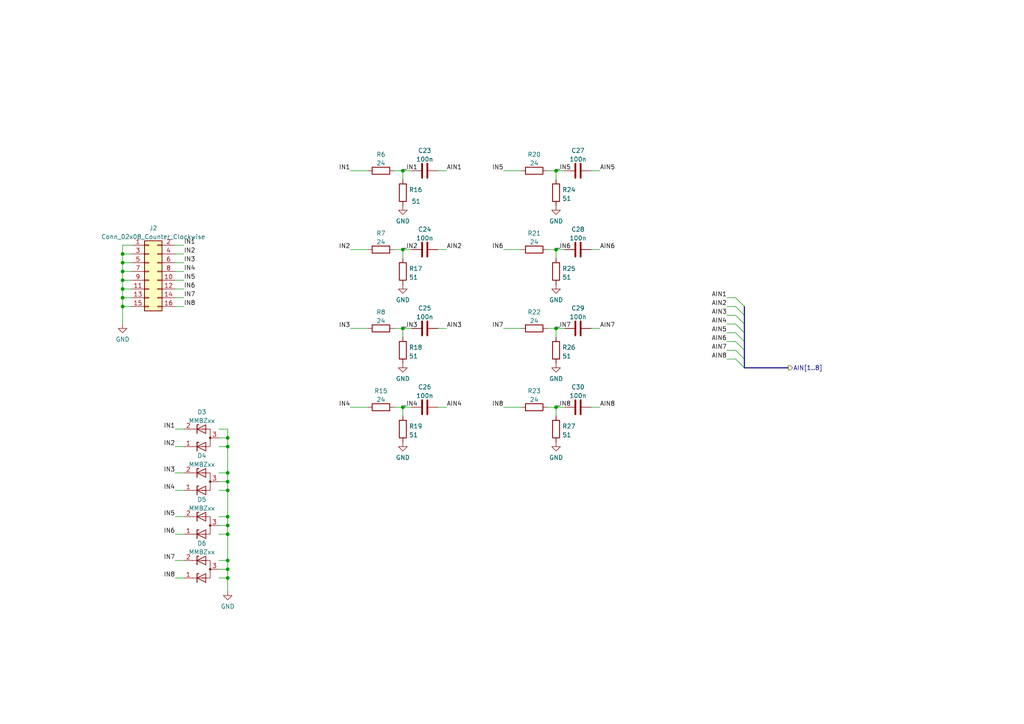
<source format=kicad_sch>
(kicad_sch (version 20230121) (generator eeschema)
  (paper "A4")
  (lib_symbols
    (symbol "Connector_Generic:Conn_02x08_Odd_Even" (pin_names (offset 1.016) hide)
      (property "Reference" "J" (at 1.27 10.16 0))
      (property "Value" "Conn_02x08_Odd_Even" (at 1.27 -12.7 0))
      (symbol "Conn_02x08_Odd_Even_1_1"
        (rectangle (start -1.27 -10.033) (end 0 -10.287) (stroke (width 0.1524)))
        (rectangle (start -1.27 -7.493) (end 0 -7.747) (stroke (width 0.1524)))
        (rectangle (start -1.27 -4.953) (end 0 -5.207) (stroke (width 0.1524)))
        (rectangle (start -1.27 -2.413) (end 0 -2.667) (stroke (width 0.1524)))
        (rectangle (start -1.27 0.127) (end 0 -0.127) (stroke (width 0.1524)))
        (rectangle (start -1.27 2.667) (end 0 2.413) (stroke (width 0.1524)))
        (rectangle (start -1.27 5.207) (end 0 4.953) (stroke (width 0.1524)))
        (rectangle (start -1.27 7.747) (end 0 7.493) (stroke (width 0.1524)))
        (rectangle (start -1.27 8.89) (end 3.81 -11.43) (stroke (width 0.254)) (fill (type background)))
        (rectangle (start 3.81 -10.033) (end 2.54 -10.287) (stroke (width 0.1524)))
        (rectangle (start 3.81 -7.493) (end 2.54 -7.747) (stroke (width 0.1524)))
        (rectangle (start 3.81 -4.953) (end 2.54 -5.207) (stroke (width 0.1524)))
        (rectangle (start 3.81 -2.413) (end 2.54 -2.667) (stroke (width 0.1524)))
        (rectangle (start 3.81 0.127) (end 2.54 -0.127) (stroke (width 0.1524)))
        (rectangle (start 3.81 2.667) (end 2.54 2.413) (stroke (width 0.1524)))
        (rectangle (start 3.81 5.207) (end 2.54 4.953) (stroke (width 0.1524)))
        (rectangle (start 3.81 7.747) (end 2.54 7.493) (stroke (width 0.1524)))
        (pin passive line (at -5.08 7.62 0) (length 3.81) (name "Pin_1") (number "1"))
        (pin passive line (at 7.62 -2.54 180) (length 3.81) (name "Pin_10") (number "10"))
        (pin passive line (at -5.08 -5.08 0) (length 3.81) (name "Pin_11") (number "11"))
        (pin passive line (at 7.62 -5.08 180) (length 3.81) (name "Pin_12") (number "12"))
        (pin passive line (at -5.08 -7.62 0) (length 3.81) (name "Pin_13") (number "13"))
        (pin passive line (at 7.62 -7.62 180) (length 3.81) (name "Pin_14") (number "14"))
        (pin passive line (at -5.08 -10.16 0) (length 3.81) (name "Pin_15") (number "15"))
        (pin passive line (at 7.62 -10.16 180) (length 3.81) (name "Pin_16") (number "16"))
        (pin passive line (at 7.62 7.62 180) (length 3.81) (name "Pin_2") (number "2"))
        (pin passive line (at -5.08 5.08 0) (length 3.81) (name "Pin_3") (number "3"))
        (pin passive line (at 7.62 5.08 180) (length 3.81) (name "Pin_4") (number "4"))
        (pin passive line (at -5.08 2.54 0) (length 3.81) (name "Pin_5") (number "5"))
        (pin passive line (at 7.62 2.54 180) (length 3.81) (name "Pin_6") (number "6"))
        (pin passive line (at -5.08 0 0) (length 3.81) (name "Pin_7") (number "7"))
        (pin passive line (at 7.62 0 180) (length 3.81) (name "Pin_8") (number "8"))
        (pin passive line (at -5.08 -2.54 0) (length 3.81) (name "Pin_9") (number "9"))
      )
    )
    (symbol "Device:C" (pin_numbers hide) (pin_names (offset 0.254))
      (property "Reference" "C" (at 0.635 2.54 0))
      (property "Value" "C" (at 0.635 -2.54 0))
      (symbol "C_0_1"
        (polyline (pts (xy -2.032 -0.762) (xy 2.032 -0.762)) (stroke (width 0.508)))
        (polyline (pts (xy -2.032 0.762) (xy 2.032 0.762)) (stroke (width 0.508)))
      )
      (symbol "C_1_1"
        (pin passive line (at 0 3.81 270) (length 2.794) (name "~") (number "1"))
        (pin passive line (at 0 -3.81 90) (length 2.794) (name "~") (number "2"))
      )
    )
    (symbol "Device:R" (pin_numbers hide) (pin_names (offset 0))
      (property "Reference" "R" (at 2.032 0 90))
      (property "Value" "R" (at 0 0 90))
      (symbol "R_0_1"
        (rectangle (start -1.016 -2.54) (end 1.016 2.54) (stroke (width 0.254)))
      )
      (symbol "R_1_1"
        (pin passive line (at 0 3.81 270) (length 1.27) (name "~") (number "1"))
        (pin passive line (at 0 -3.81 90) (length 1.27) (name "~") (number "2"))
      )
    )
    (symbol "Diode:MMBZxx" (pin_names (offset 1.016) hide)
      (property "Reference" "D" (at 3.81 2.54 0))
      (property "Value" "MMBZxx" (at 3.81 0 0))
      (symbol "MMBZxx_0_1"
        (circle (center 0 -2.54) (radius 0.254) (fill (type outline)))
        (polyline (pts (xy -2.54 -1.27) (xy -2.54 2.54)))
        (polyline (pts (xy 2.54 -1.27) (xy 2.54 2.54)))
        (polyline (pts (xy -3.81 1.27) (xy -1.27 1.27) (xy -1.27 0.762)) (stroke (width 0.254)))
        (polyline (pts (xy 1.27 1.27) (xy 3.81 1.27) (xy 3.81 0.762)) (stroke (width 0.254)))
        (polyline (pts (xy -2.54 0) (xy -2.54 -2.54) (xy 2.54 -2.54) (xy 2.54 0)))
      )
      (symbol "MMBZxx_1_1"
        (polyline (pts (xy -3.81 -1.27) (xy -1.27 -1.27) (xy -2.54 1.27) (xy -3.81 -1.27)) (stroke (width 0.2032)))
        (polyline (pts (xy 1.27 -1.27) (xy 3.81 -1.27) (xy 2.54 1.27) (xy 1.27 -1.27)) (stroke (width 0.2032)))
        (pin passive line (at -2.54 5.08 270) (length 2.54) (name "K") (number "1"))
        (pin passive line (at 2.54 5.08 270) (length 2.54) (name "K") (number "2"))
        (pin passive line (at 0 -5.08 90) (length 2.54) (name "A") (number "3"))
      )
    )
    (symbol "power:GND" (power) (pin_names (offset 0))
      (property "Value" "GND" (at 0 -3.81 0))
      (symbol "GND_0_1"
        (polyline (pts (xy 0 0) (xy 0 -1.27) (xy 1.27 -1.27) (xy 0 -2.54) (xy -1.27 -1.27) (xy 0 -1.27)))
      )
      (symbol "GND_1_1"
        (pin power_in line (at 0 0 270) (length 0) hide (name "GND") (number "1"))
      )
    )
  )
  (junction (at 35.56 73.66))
  (junction (at 35.56 83.82))
  (junction (at 35.56 81.28))
  (junction (at 66.04 167.64))
  (junction (at 116.84 49.53))
  (junction (at 161.29 118.11))
  (junction (at 66.04 154.94))
  (junction (at 66.04 127))
  (junction (at 66.04 139.7))
  (junction (at 161.29 49.53))
  (junction (at 116.84 95.25))
  (junction (at 66.04 142.24))
  (junction (at 66.04 149.86))
  (junction (at 35.56 88.9))
  (junction (at 161.29 95.25))
  (junction (at 66.04 165.1))
  (junction (at 35.56 86.36))
  (junction (at 66.04 129.54))
  (junction (at 161.29 72.39))
  (junction (at 66.04 152.4))
  (junction (at 66.04 162.56))
  (junction (at 116.84 72.39))
  (junction (at 66.04 137.16))
  (junction (at 35.56 78.74))
  (junction (at 116.84 118.11))
  (junction (at 35.56 76.2))
  (bus_entry (at 213.36 93.98) (size 2.54 2.54))
  (bus_entry (at 213.36 101.6) (size 2.54 2.54))
  (bus_entry (at 213.36 96.52) (size 2.54 2.54))
  (bus_entry (at 213.36 99.06) (size 2.54 2.54))
  (bus_entry (at 213.36 104.14) (size 2.54 2.54))
  (bus_entry (at 213.36 91.44) (size 2.54 2.54))
  (bus_entry (at 215.9 88.9) (size -2.54 -2.54))
  (bus_entry (at 213.36 88.9) (size 2.54 2.54))
  (wire (pts (xy 53.34 162.56) (xy 50.8 162.56)))
  (wire (pts (xy 66.04 139.7) (xy 66.04 142.24)))
  (wire (pts (xy 63.5 124.46) (xy 66.04 124.46)))
  (wire (pts (xy 171.45 95.25) (xy 173.99 95.25)))
  (wire (pts (xy 63.5 167.64) (xy 66.04 167.64)))
  (bus (pts (xy 215.9 93.98) (xy 215.9 96.52)))
  (wire (pts (xy 161.29 72.39) (xy 163.83 72.39)))
  (wire (pts (xy 50.8 88.9) (xy 53.34 88.9)))
  (wire (pts (xy 127 49.53) (xy 129.54 49.53)))
  (wire (pts (xy 127 95.25) (xy 129.54 95.25)))
  (wire (pts (xy 116.84 95.25) (xy 116.84 97.79)))
  (wire (pts (xy 127 118.11) (xy 129.54 118.11)))
  (wire (pts (xy 116.84 72.39) (xy 116.84 74.93)))
  (wire (pts (xy 35.56 71.12) (xy 35.56 73.66)))
  (wire (pts (xy 161.29 95.25) (xy 161.29 97.79)))
  (wire (pts (xy 66.04 154.94) (xy 66.04 162.56)))
  (wire (pts (xy 210.82 96.52) (xy 213.36 96.52)))
  (wire (pts (xy 63.5 152.4) (xy 66.04 152.4)))
  (wire (pts (xy 35.56 76.2) (xy 38.1 76.2)))
  (wire (pts (xy 161.29 49.53) (xy 161.29 52.07)))
  (bus (pts (xy 215.9 101.6) (xy 215.9 104.14)))
  (wire (pts (xy 210.82 88.9) (xy 213.36 88.9)))
  (wire (pts (xy 63.5 165.1) (xy 66.04 165.1)))
  (wire (pts (xy 53.34 73.66) (xy 50.8 73.66)))
  (wire (pts (xy 161.29 72.39) (xy 161.29 74.93)))
  (wire (pts (xy 161.29 118.11) (xy 161.29 120.65)))
  (wire (pts (xy 50.8 81.28) (xy 53.34 81.28)))
  (wire (pts (xy 35.56 83.82) (xy 35.56 86.36)))
  (wire (pts (xy 53.34 149.86) (xy 50.8 149.86)))
  (bus (pts (xy 215.9 96.52) (xy 215.9 99.06)))
  (wire (pts (xy 66.04 165.1) (xy 66.04 167.64)))
  (wire (pts (xy 161.29 49.53) (xy 163.83 49.53)))
  (wire (pts (xy 50.8 86.36) (xy 53.34 86.36)))
  (wire (pts (xy 114.3 118.11) (xy 116.84 118.11)))
  (wire (pts (xy 53.34 154.94) (xy 50.8 154.94)))
  (wire (pts (xy 63.5 154.94) (xy 66.04 154.94)))
  (wire (pts (xy 35.56 76.2) (xy 35.56 78.74)))
  (wire (pts (xy 66.04 124.46) (xy 66.04 127)))
  (wire (pts (xy 63.5 137.16) (xy 66.04 137.16)))
  (wire (pts (xy 116.84 49.53) (xy 116.84 52.07)))
  (wire (pts (xy 101.6 118.11) (xy 106.68 118.11)))
  (wire (pts (xy 63.5 127) (xy 66.04 127)))
  (wire (pts (xy 114.3 49.53) (xy 116.84 49.53)))
  (wire (pts (xy 35.56 86.36) (xy 35.56 88.9)))
  (wire (pts (xy 158.75 95.25) (xy 161.29 95.25)))
  (wire (pts (xy 63.5 162.56) (xy 66.04 162.56)))
  (wire (pts (xy 146.05 72.39) (xy 151.13 72.39)))
  (wire (pts (xy 101.6 72.39) (xy 106.68 72.39)))
  (wire (pts (xy 210.82 104.14) (xy 213.36 104.14)))
  (wire (pts (xy 35.56 83.82) (xy 38.1 83.82)))
  (bus (pts (xy 215.9 99.06) (xy 215.9 101.6)))
  (wire (pts (xy 171.45 118.11) (xy 173.99 118.11)))
  (wire (pts (xy 35.56 81.28) (xy 38.1 81.28)))
  (wire (pts (xy 66.04 129.54) (xy 66.04 137.16)))
  (wire (pts (xy 158.75 72.39) (xy 161.29 72.39)))
  (wire (pts (xy 161.29 118.11) (xy 163.83 118.11)))
  (wire (pts (xy 35.56 81.28) (xy 35.56 83.82)))
  (wire (pts (xy 210.82 99.06) (xy 213.36 99.06)))
  (wire (pts (xy 35.56 73.66) (xy 38.1 73.66)))
  (wire (pts (xy 53.34 78.74) (xy 50.8 78.74)))
  (wire (pts (xy 63.5 149.86) (xy 66.04 149.86)))
  (wire (pts (xy 116.84 49.53) (xy 119.38 49.53)))
  (wire (pts (xy 66.04 152.4) (xy 66.04 154.94)))
  (wire (pts (xy 171.45 72.39) (xy 173.99 72.39)))
  (wire (pts (xy 101.6 49.53) (xy 106.68 49.53)))
  (wire (pts (xy 38.1 71.12) (xy 35.56 71.12)))
  (wire (pts (xy 210.82 91.44) (xy 213.36 91.44)))
  (wire (pts (xy 35.56 78.74) (xy 35.56 81.28)))
  (wire (pts (xy 53.34 71.12) (xy 50.8 71.12)))
  (wire (pts (xy 114.3 72.39) (xy 116.84 72.39)))
  (wire (pts (xy 127 72.39) (xy 129.54 72.39)))
  (wire (pts (xy 114.3 95.25) (xy 116.84 95.25)))
  (wire (pts (xy 50.8 129.54) (xy 53.34 129.54)))
  (bus (pts (xy 215.9 91.44) (xy 215.9 93.98)))
  (wire (pts (xy 66.04 142.24) (xy 66.04 149.86)))
  (wire (pts (xy 116.84 118.11) (xy 119.38 118.11)))
  (wire (pts (xy 53.34 76.2) (xy 50.8 76.2)))
  (wire (pts (xy 210.82 86.36) (xy 213.36 86.36)))
  (wire (pts (xy 146.05 49.53) (xy 151.13 49.53)))
  (wire (pts (xy 35.56 73.66) (xy 35.56 76.2)))
  (wire (pts (xy 63.5 129.54) (xy 66.04 129.54)))
  (wire (pts (xy 171.45 49.53) (xy 173.99 49.53)))
  (wire (pts (xy 63.5 139.7) (xy 66.04 139.7)))
  (wire (pts (xy 158.75 49.53) (xy 161.29 49.53)))
  (wire (pts (xy 66.04 149.86) (xy 66.04 152.4)))
  (wire (pts (xy 66.04 162.56) (xy 66.04 165.1)))
  (wire (pts (xy 146.05 118.11) (xy 151.13 118.11)))
  (wire (pts (xy 210.82 101.6) (xy 213.36 101.6)))
  (wire (pts (xy 210.82 93.98) (xy 213.36 93.98)))
  (wire (pts (xy 50.8 142.24) (xy 53.34 142.24)))
  (wire (pts (xy 116.84 118.11) (xy 116.84 120.65)))
  (wire (pts (xy 101.6 95.25) (xy 106.68 95.25)))
  (wire (pts (xy 35.56 88.9) (xy 35.56 93.98)))
  (bus (pts (xy 215.9 88.9) (xy 215.9 91.44)))
  (wire (pts (xy 50.8 83.82) (xy 53.34 83.82)))
  (wire (pts (xy 66.04 167.64) (xy 66.04 171.45)))
  (wire (pts (xy 66.04 127) (xy 66.04 129.54)))
  (wire (pts (xy 50.8 137.16) (xy 53.34 137.16)))
  (wire (pts (xy 116.84 72.39) (xy 119.38 72.39)))
  (wire (pts (xy 35.56 88.9) (xy 38.1 88.9)))
  (wire (pts (xy 63.5 142.24) (xy 66.04 142.24)))
  (wire (pts (xy 116.84 95.25) (xy 119.38 95.25)))
  (wire (pts (xy 146.05 95.25) (xy 151.13 95.25)))
  (bus (pts (xy 215.9 106.68) (xy 228.6 106.68)))
  (wire (pts (xy 53.34 167.64) (xy 50.8 167.64)))
  (wire (pts (xy 158.75 118.11) (xy 161.29 118.11)))
  (wire (pts (xy 35.56 78.74) (xy 38.1 78.74)))
  (wire (pts (xy 35.56 86.36) (xy 38.1 86.36)))
  (wire (pts (xy 50.8 124.46) (xy 53.34 124.46)))
  (bus (pts (xy 215.9 104.14) (xy 215.9 106.68)))
  (wire (pts (xy 66.04 137.16) (xy 66.04 139.7)))
  (wire (pts (xy 161.29 95.25) (xy 163.83 95.25)))
  (label "IN2" (at 101.6 72.39 180))
  (label "AIN6" (at 173.99 72.39 0))
  (label "AIN8" (at 173.99 118.11 0))
  (label "IN4" (at 101.6 118.11 180))
  (label "_IN6" (at 161.29 72.39 0))
  (label "IN5" (at 53.34 81.28 0))
  (label "_IN8" (at 161.29 118.11 0))
  (label "AIN2" (at 210.82 88.9 180))
  (label "IN3" (at 50.8 137.16 180))
  (label "_IN5" (at 161.29 49.53 0))
  (label "IN7" (at 53.34 86.36 0))
  (label "_IN7" (at 161.29 95.25 0))
  (label "AIN5" (at 210.82 96.52 180))
  (label "IN7" (at 50.8 162.56 180))
  (label "IN1" (at 50.8 124.46 180))
  (label "IN6" (at 53.34 83.82 0))
  (label "IN6" (at 146.05 72.39 180))
  (label "IN4" (at 53.34 78.74 0))
  (label "_IN1" (at 116.84 49.53 0))
  (label "AIN3" (at 129.54 95.25 0))
  (label "IN8" (at 50.8 167.64 180))
  (label "IN4" (at 50.8 142.24 180))
  (label "_IN3" (at 116.84 95.25 0))
  (label "IN3" (at 101.6 95.25 180))
  (label "AIN5" (at 173.99 49.53 0))
  (label "AIN7" (at 173.99 95.25 0))
  (label "AIN1" (at 129.54 49.53 0))
  (label "AIN4" (at 210.82 93.98 180))
  (label "IN3" (at 53.34 76.2 0))
  (label "_IN2" (at 116.84 72.39 0))
  (label "IN5" (at 50.8 149.86 180))
  (label "AIN7" (at 210.82 101.6 180))
  (label "AIN6" (at 210.82 99.06 180))
  (label "AIN2" (at 129.54 72.39 0))
  (label "IN1" (at 53.34 71.12 0))
  (label "IN6" (at 50.8 154.94 180))
  (label "IN5" (at 146.05 49.53 180))
  (label "AIN3" (at 210.82 91.44 180))
  (label "IN1" (at 101.6 49.53 180))
  (label "IN7" (at 146.05 95.25 180))
  (label "_IN4" (at 116.84 118.11 0))
  (label "IN2" (at 50.8 129.54 180))
  (label "IN8" (at 53.34 88.9 0))
  (label "AIN1" (at 210.82 86.36 180))
  (label "AIN4" (at 129.54 118.11 0))
  (label "IN8" (at 146.05 118.11 180))
  (label "IN2" (at 53.34 73.66 0))
  (label "AIN8" (at 210.82 104.14 180))
  (hierarchical_label "AIN[1..8]" (shape output) (at 228.6 106.68 0))
  (symbol (lib_id "Device:C") (at 167.64 72.39 90) (unit 1)
    (property "Reference" "C28" (at 167.64 66.5312 90))
    (property "Value" "100n" (at 167.64 69.0681 90))
    (property "Footprint" "Capacitor_SMD:C_0603_1608Metric" (effects hide))
  )
  (symbol (lib_id "Device:R") (at 110.49 49.53 90) (unit 1)
    (property "Reference" "R6" (at 110.49 44.8142 90))
    (property "Value" "24" (at 110.49 47.3511 90))
    (property "Footprint" "Resistor_SMD:R_0603_1608Metric" (effects hide))
  )
  (symbol (lib_id "Device:C") (at 123.19 118.11 90) (unit 1)
    (property "Reference" "C26" (at 123.19 112.2512 90))
    (property "Value" "100n" (at 123.19 114.7881 90))
    (property "Footprint" "Capacitor_SMD:C_0603_1608Metric" (effects hide))
  )
  (symbol (lib_id "Device:R") (at 154.94 95.25 90) (unit 1)
    (property "Reference" "R22" (at 154.94 90.5342 90))
    (property "Value" "24" (at 154.94 93.0711 90))
    (property "Footprint" "Resistor_SMD:R_0603_1608Metric" (effects hide))
  )
  (symbol (lib_id "Device:R") (at 154.94 49.53 90) (unit 1)
    (property "Reference" "R20" (at 154.94 44.8142 90))
    (property "Value" "24" (at 154.94 47.3511 90))
    (property "Footprint" "Resistor_SMD:R_0603_1608Metric" (effects hide))
  )
  (symbol (lib_id "Device:R") (at 110.49 72.39 90) (unit 1)
    (property "Reference" "R7" (at 110.49 67.6742 90))
    (property "Value" "24" (at 110.49 70.2111 90))
    (property "Footprint" "Resistor_SMD:R_0603_1608Metric" (effects hide))
  )
  (symbol (lib_id "Device:R") (at 161.29 55.88 0) (unit 1)
    (property "Reference" "R24" (at 163.068 55.0453 0) (effects (justify left)))
    (property "Value" "51" (at 163.068 57.5822 0) (effects (justify left)))
    (property "Footprint" "Resistor_SMD:R_0603_1608Metric" (effects hide))
  )
  (symbol (lib_id "power:GND") (at 116.84 82.55 0) (unit 1)
    (property "Reference" "#PWR0178" (effects hide))
    (property "Value" "GND" (at 116.84 86.9934 0))
  )
  (symbol (lib_id "Device:R") (at 116.84 124.46 0) (unit 1)
    (property "Reference" "R19" (at 118.618 123.6253 0) (effects (justify left)))
    (property "Value" "51" (at 118.618 126.1622 0) (effects (justify left)))
    (property "Footprint" "Resistor_SMD:R_0603_1608Metric" (effects hide))
  )
  (symbol (lib_id "power:GND") (at 116.84 59.69 0) (unit 1)
    (property "Reference" "#PWR0176" (effects hide))
    (property "Value" "GND" (at 116.84 64.1334 0))
  )
  (symbol (lib_id "Device:R") (at 154.94 72.39 90) (unit 1)
    (property "Reference" "R21" (at 154.94 67.6742 90))
    (property "Value" "24" (at 154.94 70.2111 90))
    (property "Footprint" "Resistor_SMD:R_0603_1608Metric" (effects hide))
  )
  (symbol (lib_id "Diode:MMBZxx") (at 58.42 127 90) (unit 1)
    (property "Reference" "D3" (at 58.547 119.4902 90))
    (property "Value" "MMBZxx" (at 58.547 122.0271 90))
    (property "Footprint" "Package_TO_SOT_SMD:SOT-23" (effects hide))
    (property "Datasheet" "http://www.onsemi.com/pub/Collateral/MMBZ5V6ALT1-D.PDF" (effects hide))
  )
  (symbol (lib_id "Device:C") (at 123.19 95.25 90) (unit 1)
    (property "Reference" "C25" (at 123.19 89.3912 90))
    (property "Value" "100n" (at 123.19 91.9281 90))
    (property "Footprint" "Capacitor_SMD:C_0603_1608Metric" (effects hide))
  )
  (symbol (lib_id "Device:C") (at 167.64 95.25 90) (unit 1)
    (property "Reference" "C29" (at 167.64 89.3912 90))
    (property "Value" "100n" (at 167.64 91.9281 90))
    (property "Footprint" "Capacitor_SMD:C_0603_1608Metric" (effects hide))
  )
  (symbol (lib_id "Diode:MMBZxx") (at 58.42 165.1 90) (unit 1)
    (property "Reference" "D6" (at 58.547 157.5902 90))
    (property "Value" "MMBZxx" (at 58.547 160.1271 90))
    (property "Footprint" "Package_TO_SOT_SMD:SOT-23" (effects hide))
    (property "Datasheet" "http://www.onsemi.com/pub/Collateral/MMBZ5V6ALT1-D.PDF" (effects hide))
  )
  (symbol (lib_id "power:GND") (at 35.56 93.98 0) (unit 1)
    (property "Reference" "#PWR0174" (effects hide))
    (property "Value" "GND" (at 35.56 98.4234 0))
  )
  (symbol (lib_id "Device:R") (at 116.84 78.74 0) (unit 1)
    (property "Reference" "R17" (at 118.618 77.9053 0) (effects (justify left)))
    (property "Value" "51" (at 118.618 80.4422 0) (effects (justify left)))
    (property "Footprint" "Resistor_SMD:R_0603_1608Metric" (effects hide))
  )
  (symbol (lib_id "Device:R") (at 154.94 118.11 90) (unit 1)
    (property "Reference" "R23" (at 154.94 113.3942 90))
    (property "Value" "24" (at 154.94 115.9311 90))
    (property "Footprint" "Resistor_SMD:R_0603_1608Metric" (effects hide))
  )
  (symbol (lib_id "power:GND") (at 161.29 59.69 0) (unit 1)
    (property "Reference" "#PWR0172" (effects hide))
    (property "Value" "GND" (at 161.29 64.1334 0))
  )
  (symbol (lib_id "power:GND") (at 161.29 128.27 0) (unit 1)
    (property "Reference" "#PWR0183" (effects hide))
    (property "Value" "GND" (at 161.29 132.7134 0))
  )
  (symbol (lib_id "Device:C") (at 123.19 72.39 90) (unit 1)
    (property "Reference" "C24" (at 123.19 66.5312 90))
    (property "Value" "100n" (at 123.19 69.0681 90))
    (property "Footprint" "Capacitor_SMD:C_0603_1608Metric" (effects hide))
  )
  (symbol (lib_id "Device:R") (at 116.84 101.6 0) (unit 1)
    (property "Reference" "R18" (at 118.618 100.7653 0) (effects (justify left)))
    (property "Value" "51" (at 118.618 103.3022 0) (effects (justify left)))
    (property "Footprint" "Resistor_SMD:R_0603_1608Metric" (effects hide))
  )
  (symbol (lib_id "Device:R") (at 161.29 101.6 0) (unit 1)
    (property "Reference" "R26" (at 163.068 100.7653 0) (effects (justify left)))
    (property "Value" "51" (at 163.068 103.3022 0) (effects (justify left)))
    (property "Footprint" "Resistor_SMD:R_0603_1608Metric" (effects hide))
  )
  (symbol (lib_id "Device:R") (at 161.29 124.46 0) (unit 1)
    (property "Reference" "R27" (at 163.068 123.6253 0) (effects (justify left)))
    (property "Value" "51" (at 163.068 126.1622 0) (effects (justify left)))
    (property "Footprint" "Resistor_SMD:R_0603_1608Metric" (effects hide))
  )
  (symbol (lib_id "power:GND") (at 116.84 128.27 0) (unit 1)
    (property "Reference" "#PWR0180" (effects hide))
    (property "Value" "GND" (at 116.84 132.7134 0))
  )
  (symbol (lib_id "Device:R") (at 161.29 78.74 0) (unit 1)
    (property "Reference" "R25" (at 163.068 77.9053 0) (effects (justify left)))
    (property "Value" "51" (at 163.068 80.4422 0) (effects (justify left)))
    (property "Footprint" "Resistor_SMD:R_0603_1608Metric" (effects hide))
  )
  (symbol (lib_id "Device:R") (at 110.49 95.25 90) (unit 1)
    (property "Reference" "R8" (at 110.49 90.5342 90))
    (property "Value" "24" (at 110.49 93.0711 90))
    (property "Footprint" "Resistor_SMD:R_0603_1608Metric" (effects hide))
  )
  (symbol (lib_id "Diode:MMBZxx") (at 58.42 139.7 90) (unit 1)
    (property "Reference" "D4" (at 58.547 132.1902 90))
    (property "Value" "MMBZxx" (at 58.547 134.7271 90))
    (property "Footprint" "Package_TO_SOT_SMD:SOT-23" (effects hide))
    (property "Datasheet" "http://www.onsemi.com/pub/Collateral/MMBZ5V6ALT1-D.PDF" (effects hide))
  )
  (symbol (lib_id "power:GND") (at 116.84 105.41 0) (unit 1)
    (property "Reference" "#PWR0184" (effects hide))
    (property "Value" "GND" (at 116.84 109.8534 0))
  )
  (symbol (lib_id "power:GND") (at 161.29 105.41 0) (unit 1)
    (property "Reference" "#PWR0182" (effects hide))
    (property "Value" "GND" (at 161.29 109.8534 0))
  )
  (symbol (lib_id "Device:R") (at 116.84 55.88 0) (unit 1)
    (property "Reference" "R16" (at 118.618 55.0453 0) (effects (justify left)))
    (property "Value" "51" (at 119.38 58.42 0) (effects (justify left)))
    (property "Footprint" "Resistor_SMD:R_0603_1608Metric" (effects hide))
  )
  (symbol (lib_id "Device:C") (at 167.64 118.11 90) (unit 1)
    (property "Reference" "C30" (at 167.64 112.2512 90))
    (property "Value" "100n" (at 167.64 114.7881 90))
    (property "Footprint" "Capacitor_SMD:C_0603_1608Metric" (effects hide))
  )
  (symbol (lib_id "Connector_Generic:Conn_02x08_Odd_Even") (at 43.18 78.74 0) (unit 1)
    (property "Reference" "J2" (at 44.45 66.1502 0))
    (property "Value" "Conn_02x08_Counter_Clockwise" (at 44.45 68.6871 0))
    (property "Footprint" "Connector_PinHeader_2.54mm:PinHeader_2x08_P2.54mm_Vertical" (effects hide))
  )
  (symbol (lib_id "Diode:MMBZxx") (at 58.42 152.4 90) (unit 1)
    (property "Reference" "D5" (at 58.547 144.8902 90))
    (property "Value" "MMBZxx" (at 58.547 147.4271 90))
    (property "Footprint" "Package_TO_SOT_SMD:SOT-23" (effects hide))
    (property "Datasheet" "http://www.onsemi.com/pub/Collateral/MMBZ5V6ALT1-D.PDF" (effects hide))
  )
  (symbol (lib_id "power:GND") (at 66.04 171.45 0) (unit 1)
    (property "Reference" "#PWR0170" (effects hide))
    (property "Value" "GND" (at 66.04 175.8934 0))
  )
  (symbol (lib_id "Device:C") (at 167.64 49.53 90) (unit 1)
    (property "Reference" "C27" (at 167.64 43.6712 90))
    (property "Value" "100n" (at 167.64 46.2081 90))
    (property "Footprint" "Capacitor_SMD:C_0603_1608Metric" (effects hide))
  )
  (symbol (lib_id "Device:R") (at 110.49 118.11 90) (unit 1)
    (property "Reference" "R15" (at 110.49 113.3942 90))
    (property "Value" "24" (at 110.49 115.9311 90))
    (property "Footprint" "Resistor_SMD:R_0603_1608Metric" (effects hide))
  )
  (symbol (lib_id "power:GND") (at 161.29 82.55 0) (unit 1)
    (property "Reference" "#PWR0173" (effects hide))
    (property "Value" "GND" (at 161.29 86.9934 0))
  )
  (symbol (lib_id "Device:C") (at 123.19 49.53 90) (unit 1)
    (property "Reference" "C23" (at 123.19 43.6712 90))
    (property "Value" "100n" (at 123.19 46.2081 90))
    (property "Footprint" "Capacitor_SMD:C_0603_1608Metric" (effects hide))
  )
)
</source>
